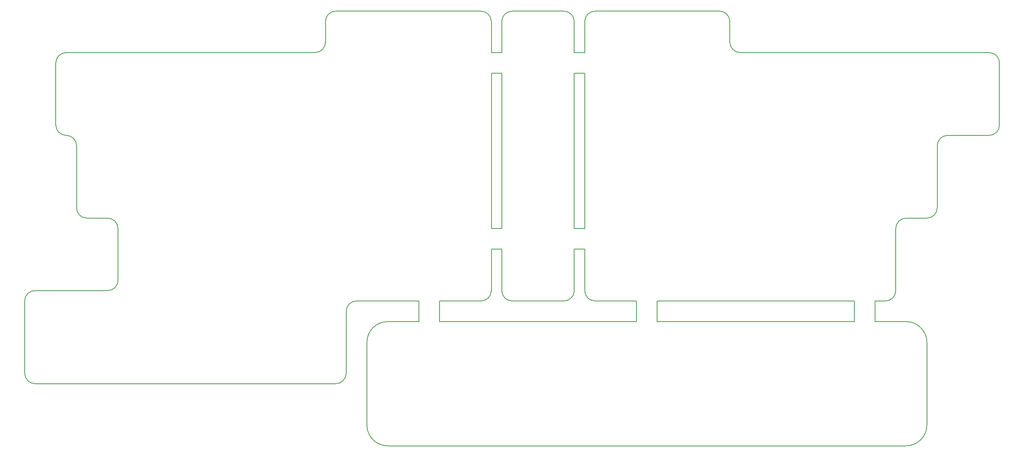
<source format=gm1>
G04 #@! TF.GenerationSoftware,KiCad,Pcbnew,(5.1.4)-1*
G04 #@! TF.CreationDate,2021-04-23T00:42:13+10:00*
G04 #@! TF.ProjectId,pain27divided3,7061696e-3237-4646-9976-69646564332e,rev?*
G04 #@! TF.SameCoordinates,Original*
G04 #@! TF.FileFunction,Profile,NP*
%FSLAX46Y46*%
G04 Gerber Fmt 4.6, Leading zero omitted, Abs format (unit mm)*
G04 Created by KiCad (PCBNEW (5.1.4)-1) date 2021-04-23 00:42:13*
%MOMM*%
%LPD*%
G04 APERTURE LIST*
%ADD10C,0.150000*%
G04 APERTURE END LIST*
D10*
X195242000Y-88097000D02*
X197623000Y-88097000D01*
X195242000Y-83335000D02*
X197623000Y-83335000D01*
X195242000Y-47620000D02*
X195242000Y-83335000D01*
X195242000Y-47620000D02*
X197623000Y-47620000D01*
X195242000Y-42858000D02*
X197623000Y-42858000D01*
X178575000Y-83335000D02*
X178575000Y-47620000D01*
X178575000Y-97621000D02*
X178575000Y-88097000D01*
X195242000Y-97621000D02*
X195242000Y-88097000D01*
X180956000Y-100002000D02*
X192861000Y-100002000D01*
X192861000Y-100002000D02*
G75*
G03X195242000Y-97621000I0J2381000D01*
G01*
X178575000Y-97621000D02*
G75*
G03X180956000Y-100002000I2381000J0D01*
G01*
X180956000Y-33334000D02*
G75*
G03X178575000Y-35715000I0J-2381000D01*
G01*
X195242000Y-35715000D02*
G75*
G03X192861000Y-33334000I-2381000J0D01*
G01*
X195242000Y-42858000D02*
X195242000Y-35715000D01*
X180956000Y-33334000D02*
X192861000Y-33334000D01*
X178575000Y-42858000D02*
X178575000Y-35715000D01*
X214290000Y-100002000D02*
X259529000Y-100002000D01*
X209528000Y-100002000D02*
X200004000Y-100002000D01*
X264291000Y-104764000D02*
X271434000Y-104764000D01*
X264291000Y-100002000D02*
X266672000Y-100002000D01*
X209528000Y-104764000D02*
X209528000Y-100002000D01*
X214290000Y-104764000D02*
X214290000Y-100002000D01*
X271434000Y-80954000D02*
X276196000Y-80954000D01*
X271434000Y-80954000D02*
G75*
G03X269053000Y-83335000I0J-2381000D01*
G01*
X276196000Y-80954000D02*
G75*
G03X278577000Y-78573000I0J2381000D01*
G01*
X230957000Y-40477000D02*
X230957000Y-35715000D01*
X138098000Y-40477000D02*
X138098000Y-35715000D01*
X83335000Y-80954000D02*
X88097000Y-80954000D01*
X90478000Y-83335000D02*
G75*
G03X88097000Y-80954000I-2381000J0D01*
G01*
X80954000Y-64287000D02*
X80954000Y-78573000D01*
X76192000Y-59525000D02*
G75*
G03X78573000Y-61906000I2381000J0D01*
G01*
X80954000Y-64287000D02*
G75*
G03X78573000Y-61906000I-2381000J0D01*
G01*
X80954000Y-78573000D02*
G75*
G03X83335000Y-80954000I2381000J0D01*
G01*
X266672000Y-100002000D02*
G75*
G03X269053000Y-97621000I0J2381000D01*
G01*
X278577000Y-64287000D02*
X278577000Y-78573000D01*
X280958000Y-61906000D02*
X290482000Y-61906000D01*
X280958000Y-61906000D02*
G75*
G03X278577000Y-64287000I0J-2381000D01*
G01*
X290482000Y-61906000D02*
G75*
G03X292863000Y-59525000I0J2381000D01*
G01*
X71430000Y-97621000D02*
X88097000Y-97621000D01*
X88097000Y-97621000D02*
G75*
G03X90478000Y-95240000I0J2381000D01*
G01*
X71430000Y-97621000D02*
G75*
G03X69049000Y-100002000I0J-2381000D01*
G01*
X69049000Y-116669000D02*
G75*
G03X71430000Y-119050000I2381000J0D01*
G01*
X140479000Y-119050000D02*
G75*
G03X142860000Y-116669000I0J2381000D01*
G01*
X145241000Y-100002000D02*
G75*
G03X142860000Y-102383000I0J-2381000D01*
G01*
X200004000Y-33334000D02*
G75*
G03X197623000Y-35715000I0J-2381000D01*
G01*
X176194000Y-35715000D02*
G75*
G03X173813000Y-33334000I-2381000J0D01*
G01*
X292863000Y-45239000D02*
G75*
G03X290482000Y-42858000I-2381000J0D01*
G01*
X233338000Y-42858000D02*
X290482000Y-42858000D01*
X78573000Y-42858000D02*
G75*
G03X76192000Y-45239000I0J-2381000D01*
G01*
X135717000Y-42858000D02*
X78573000Y-42858000D01*
X230957000Y-40477000D02*
G75*
G03X233338000Y-42858000I2381000J0D01*
G01*
X230957000Y-35715000D02*
G75*
G03X228576000Y-33334000I-2381000J0D01*
G01*
X135717000Y-42858000D02*
G75*
G03X138098000Y-40477000I0J2381000D01*
G01*
X140479000Y-33334000D02*
G75*
G03X138098000Y-35715000I0J-2381000D01*
G01*
X173813000Y-100002000D02*
G75*
G03X176194000Y-97621000I0J2381000D01*
G01*
X197623000Y-97621000D02*
G75*
G03X200004000Y-100002000I2381000J0D01*
G01*
X214290000Y-104764000D02*
X242862000Y-104764000D01*
X159527000Y-104764000D02*
X152384000Y-104764000D01*
X164289000Y-100002000D02*
X173813000Y-100002000D01*
X164289000Y-104764000D02*
X164289000Y-100002000D01*
X159527000Y-104764000D02*
X159527000Y-100002000D01*
X242862000Y-104764000D02*
X259529000Y-104764000D01*
X269053000Y-97621000D02*
X269053000Y-83335000D01*
X264291000Y-100002000D02*
X264291000Y-104764000D01*
X259529000Y-104764000D02*
X259529000Y-100002000D01*
X69049000Y-100002000D02*
X69049000Y-116669000D01*
X90478000Y-83335000D02*
X90478000Y-95240000D01*
X76192000Y-45239000D02*
X76192000Y-59525000D01*
X147622000Y-128574000D02*
X147622000Y-109526000D01*
X140479000Y-119050000D02*
X71430000Y-119050000D01*
X142860000Y-102383000D02*
X142860000Y-116669000D01*
X159527000Y-100002000D02*
X145241000Y-100002000D01*
X176194000Y-88097000D02*
X176194000Y-97621000D01*
X197623000Y-88097000D02*
X197623000Y-97621000D01*
X178575000Y-88097000D02*
X176194000Y-88097000D01*
X197623000Y-83335000D02*
X197623000Y-47620000D01*
X176194000Y-83335000D02*
X178575000Y-83335000D01*
X176194000Y-47620000D02*
X176194000Y-83335000D01*
X178575000Y-47620000D02*
X176194000Y-47620000D01*
X176194000Y-42858000D02*
X178575000Y-42858000D01*
X176194000Y-42858000D02*
X176194000Y-35715000D01*
X197623000Y-42858000D02*
X197623000Y-35715000D01*
X140479000Y-33334000D02*
X173813000Y-33334000D01*
X200004000Y-33334000D02*
X228576000Y-33334000D01*
X292863000Y-45239000D02*
X292863000Y-59525000D01*
X209528000Y-104764000D02*
X164289000Y-104764000D01*
X276196000Y-128574000D02*
X276196000Y-109526000D01*
X152384000Y-133336000D02*
X271434000Y-133336000D01*
X152384000Y-104764000D02*
G75*
G03X147622000Y-109526000I0J-4762000D01*
G01*
X147622000Y-128574000D02*
G75*
G03X152384000Y-133336000I4762000J0D01*
G01*
X276196000Y-109526000D02*
G75*
G03X271434000Y-104764000I-4762000J0D01*
G01*
X271434000Y-133336000D02*
G75*
G03X276196000Y-128574000I0J4762000D01*
G01*
M02*

</source>
